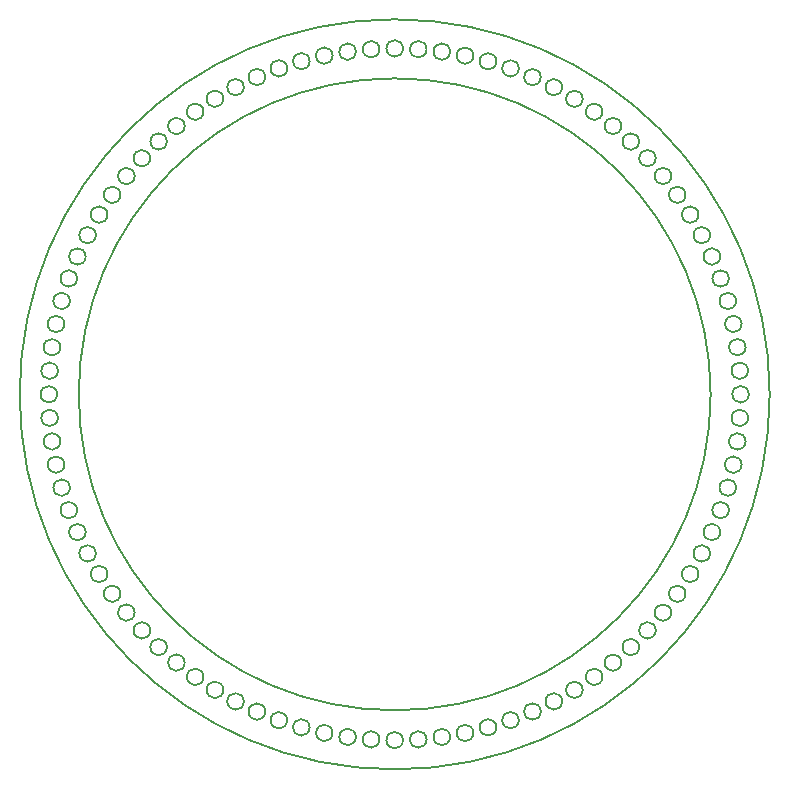
<source format=gm1>
G04 #@! TF.GenerationSoftware,KiCad,Pcbnew,(6.0.10)*
G04 #@! TF.CreationDate,2023-03-10T23:15:40+01:00*
G04 #@! TF.ProjectId,VSEncoderWheel,5653456e-636f-4646-9572-576865656c2e,rev?*
G04 #@! TF.SameCoordinates,Original*
G04 #@! TF.FileFunction,Profile,NP*
%FSLAX46Y46*%
G04 Gerber Fmt 4.6, Leading zero omitted, Abs format (unit mm)*
G04 Created by KiCad (PCBNEW (6.0.10)) date 2023-03-10 23:15:40*
%MOMM*%
%LPD*%
G01*
G04 APERTURE LIST*
G04 #@! TA.AperFunction,Profile*
%ADD10C,0.150000*%
G04 #@! TD*
G04 APERTURE END LIST*
D10*
X179916729Y-98001520D02*
G75*
G03*
X179916729Y-98001520I-700000J0D01*
G01*
X170688568Y-78597468D02*
G75*
G03*
X170688568Y-78597468I-700000J0D01*
G01*
X162367175Y-73139467D02*
G75*
G03*
X162367175Y-73139467I-700000J0D01*
G01*
X158600998Y-71800967D02*
G75*
G03*
X158600998Y-71800967I-700000J0D01*
G01*
X177560532Y-111667175D02*
G75*
G03*
X177560532Y-111667175I-700000J0D01*
G01*
X178899032Y-107900998D02*
G75*
G03*
X178899032Y-107900998I-700000J0D01*
G01*
X140893050Y-127594111D02*
G75*
G03*
X140893050Y-127594111I-700000J0D01*
G01*
X170688568Y-121402531D02*
G75*
G03*
X170688568Y-121402531I-700000J0D01*
G01*
X148701520Y-129216729D02*
G75*
G03*
X148701520Y-129216729I-700000J0D01*
G01*
X164173004Y-73998281D02*
G75*
G03*
X164173004Y-73998281I-700000J0D01*
G01*
X167588083Y-123924963D02*
G75*
G03*
X167588083Y-123924963I-700000J0D01*
G01*
X130711431Y-78597468D02*
G75*
G03*
X130711431Y-78597468I-700000J0D01*
G01*
X122500967Y-107900998D02*
G75*
G03*
X122500967Y-107900998I-700000J0D01*
G01*
X167588083Y-76075036D02*
G75*
G03*
X167588083Y-76075036I-700000J0D01*
G01*
X175721672Y-115216015D02*
G75*
G03*
X175721672Y-115216015I-700000J0D01*
G01*
X176701718Y-113473004D02*
G75*
G03*
X176701718Y-113473004I-700000J0D01*
G01*
X173416705Y-81518589D02*
G75*
G03*
X173416705Y-81518589I-700000J0D01*
G01*
X173416705Y-118481410D02*
G75*
G03*
X173416705Y-118481410I-700000J0D01*
G01*
X129297468Y-119988568D02*
G75*
G03*
X129297468Y-119988568I-700000J0D01*
G01*
X160506949Y-127594111D02*
G75*
G03*
X160506949Y-127594111I-700000J0D01*
G01*
X169181410Y-122716705D02*
G75*
G03*
X169181410Y-122716705I-700000J0D01*
G01*
X139032824Y-73139467D02*
G75*
G03*
X139032824Y-73139467I-700000J0D01*
G01*
X178294111Y-90193050D02*
G75*
G03*
X178294111Y-90193050I-700000J0D01*
G01*
X174624963Y-116888083D02*
G75*
G03*
X174624963Y-116888083I-700000J0D01*
G01*
X164173004Y-126001718D02*
G75*
G03*
X164173004Y-126001718I-700000J0D01*
G01*
X123839467Y-111667175D02*
G75*
G03*
X123839467Y-111667175I-700000J0D01*
G01*
X174624963Y-83111916D02*
G75*
G03*
X174624963Y-83111916I-700000J0D01*
G01*
X126775036Y-83111916D02*
G75*
G03*
X126775036Y-83111916I-700000J0D01*
G01*
X133811916Y-123924963D02*
G75*
G03*
X133811916Y-123924963I-700000J0D01*
G01*
X123839467Y-88332824D02*
G75*
G03*
X123839467Y-88332824I-700000J0D01*
G01*
X160506949Y-72405888D02*
G75*
G03*
X160506949Y-72405888I-700000J0D01*
G01*
X121687762Y-103987640D02*
G75*
G03*
X121687762Y-103987640I-700000J0D01*
G01*
X158600998Y-128199032D02*
G75*
G03*
X158600998Y-128199032I-700000J0D01*
G01*
X178899032Y-92099001D02*
G75*
G03*
X178899032Y-92099001I-700000J0D01*
G01*
X178294111Y-109806949D02*
G75*
G03*
X178294111Y-109806949I-700000J0D01*
G01*
X176701718Y-86526995D02*
G75*
G03*
X176701718Y-86526995I-700000J0D01*
G01*
X135483984Y-125021672D02*
G75*
G03*
X135483984Y-125021672I-700000J0D01*
G01*
X132218589Y-122716705D02*
G75*
G03*
X132218589Y-122716705I-700000J0D01*
G01*
X144741790Y-128672477D02*
G75*
G03*
X144741790Y-128672477I-700000J0D01*
G01*
X121483270Y-101998479D02*
G75*
G03*
X121483270Y-101998479I-700000J0D01*
G01*
X150700000Y-70715000D02*
G75*
G03*
X150700000Y-70715000I-700000J0D01*
G01*
X165916015Y-125021672D02*
G75*
G03*
X165916015Y-125021672I-700000J0D01*
G01*
X133811916Y-76075036D02*
G75*
G03*
X133811916Y-76075036I-700000J0D01*
G01*
X121687762Y-96012359D02*
G75*
G03*
X121687762Y-96012359I-700000J0D01*
G01*
X152698479Y-129216729D02*
G75*
G03*
X152698479Y-129216729I-700000J0D01*
G01*
X177560532Y-88332824D02*
G75*
G03*
X177560532Y-88332824I-700000J0D01*
G01*
X179372477Y-94041790D02*
G75*
G03*
X179372477Y-94041790I-700000J0D01*
G01*
X124698281Y-113473004D02*
G75*
G03*
X124698281Y-113473004I-700000J0D01*
G01*
X142799001Y-128199032D02*
G75*
G03*
X142799001Y-128199032I-700000J0D01*
G01*
X127983294Y-81518589D02*
G75*
G03*
X127983294Y-81518589I-700000J0D01*
G01*
X148701520Y-70783270D02*
G75*
G03*
X148701520Y-70783270I-700000J0D01*
G01*
X129297468Y-80011431D02*
G75*
G03*
X129297468Y-80011431I-700000J0D01*
G01*
X139032824Y-126860532D02*
G75*
G03*
X139032824Y-126860532I-700000J0D01*
G01*
X135483984Y-74978327D02*
G75*
G03*
X135483984Y-74978327I-700000J0D01*
G01*
X156658209Y-128672477D02*
G75*
G03*
X156658209Y-128672477I-700000J0D01*
G01*
X176750000Y-100000000D02*
G75*
G03*
X176750000Y-100000000I-26750000J0D01*
G01*
X156658209Y-71327522D02*
G75*
G03*
X156658209Y-71327522I-700000J0D01*
G01*
X179712237Y-103987640D02*
G75*
G03*
X179712237Y-103987640I-700000J0D01*
G01*
X172102531Y-80011431D02*
G75*
G03*
X172102531Y-80011431I-700000J0D01*
G01*
X142799001Y-71800967D02*
G75*
G03*
X142799001Y-71800967I-700000J0D01*
G01*
X125678327Y-115216015D02*
G75*
G03*
X125678327Y-115216015I-700000J0D01*
G01*
X146712359Y-70987762D02*
G75*
G03*
X146712359Y-70987762I-700000J0D01*
G01*
X154687640Y-129012237D02*
G75*
G03*
X154687640Y-129012237I-700000J0D01*
G01*
X121415000Y-100000000D02*
G75*
G03*
X121415000Y-100000000I-700000J0D01*
G01*
X181750000Y-100000000D02*
G75*
G03*
X181750000Y-100000000I-31750000J0D01*
G01*
X123105888Y-90193050D02*
G75*
G03*
X123105888Y-90193050I-700000J0D01*
G01*
X122027522Y-94041790D02*
G75*
G03*
X122027522Y-94041790I-700000J0D01*
G01*
X130711431Y-121402531D02*
G75*
G03*
X130711431Y-121402531I-700000J0D01*
G01*
X125678327Y-84783984D02*
G75*
G03*
X125678327Y-84783984I-700000J0D01*
G01*
X144741790Y-71327522D02*
G75*
G03*
X144741790Y-71327522I-700000J0D01*
G01*
X179916729Y-101998479D02*
G75*
G03*
X179916729Y-101998479I-700000J0D01*
G01*
X137226995Y-126001718D02*
G75*
G03*
X137226995Y-126001718I-700000J0D01*
G01*
X123105888Y-109806949D02*
G75*
G03*
X123105888Y-109806949I-700000J0D01*
G01*
X124698281Y-86526995D02*
G75*
G03*
X124698281Y-86526995I-700000J0D01*
G01*
X179372477Y-105958209D02*
G75*
G03*
X179372477Y-105958209I-700000J0D01*
G01*
X154687640Y-70987762D02*
G75*
G03*
X154687640Y-70987762I-700000J0D01*
G01*
X169181410Y-77283294D02*
G75*
G03*
X169181410Y-77283294I-700000J0D01*
G01*
X121483270Y-98001520D02*
G75*
G03*
X121483270Y-98001520I-700000J0D01*
G01*
X150700000Y-129285000D02*
G75*
G03*
X150700000Y-129285000I-700000J0D01*
G01*
X162367175Y-126860532D02*
G75*
G03*
X162367175Y-126860532I-700000J0D01*
G01*
X152698479Y-70783270D02*
G75*
G03*
X152698479Y-70783270I-700000J0D01*
G01*
X140893050Y-72405888D02*
G75*
G03*
X140893050Y-72405888I-700000J0D01*
G01*
X122027522Y-105958209D02*
G75*
G03*
X122027522Y-105958209I-700000J0D01*
G01*
X179985000Y-100000000D02*
G75*
G03*
X179985000Y-100000000I-700000J0D01*
G01*
X122500967Y-92099001D02*
G75*
G03*
X122500967Y-92099001I-700000J0D01*
G01*
X165916015Y-74978327D02*
G75*
G03*
X165916015Y-74978327I-700000J0D01*
G01*
X146712359Y-129012237D02*
G75*
G03*
X146712359Y-129012237I-700000J0D01*
G01*
X175721672Y-84783984D02*
G75*
G03*
X175721672Y-84783984I-700000J0D01*
G01*
X127983294Y-118481410D02*
G75*
G03*
X127983294Y-118481410I-700000J0D01*
G01*
X179712237Y-96012359D02*
G75*
G03*
X179712237Y-96012359I-700000J0D01*
G01*
X172102531Y-119988568D02*
G75*
G03*
X172102531Y-119988568I-700000J0D01*
G01*
X137226995Y-73998281D02*
G75*
G03*
X137226995Y-73998281I-700000J0D01*
G01*
X132218589Y-77283294D02*
G75*
G03*
X132218589Y-77283294I-700000J0D01*
G01*
X126775036Y-116888083D02*
G75*
G03*
X126775036Y-116888083I-700000J0D01*
G01*
M02*

</source>
